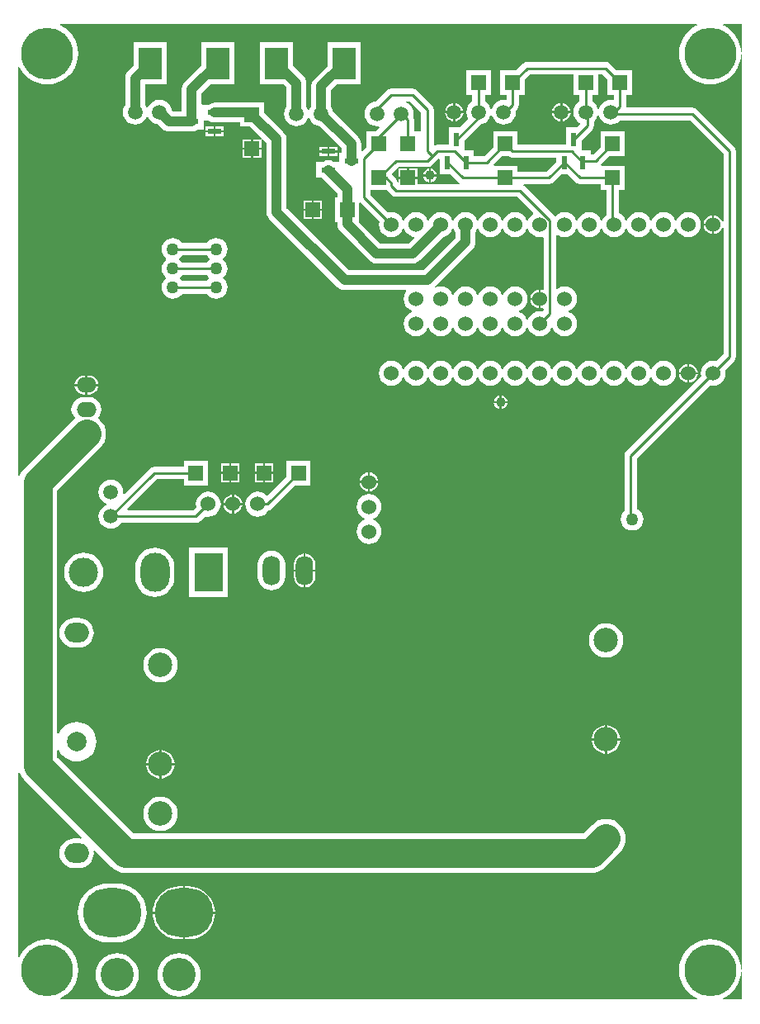
<source format=gbl>
G04 Layer_Physical_Order=2*
G04 Layer_Color=16711680*
%FSLAX25Y25*%
%MOIN*%
G70*
G01*
G75*
%ADD10R,0.05906X0.05906*%
%ADD12R,0.05906X0.05906*%
%ADD14R,0.02362X0.05709*%
%ADD16C,0.00984*%
%ADD20C,0.03937*%
%ADD21C,0.20945*%
%ADD22C,0.06000*%
%ADD23O,0.23622X0.19685*%
%ADD24C,0.13386*%
%ADD25O,0.08000X0.06000*%
%ADD26C,0.05906*%
%ADD27R,0.11811X0.15748*%
%ADD28O,0.11811X0.15748*%
%ADD29C,0.11811*%
%ADD30O,0.09843X0.07874*%
%ADD31C,0.07874*%
%ADD32O,0.07000X0.12000*%
%ADD33C,0.09843*%
%ADD34C,0.05000*%
%ADD35C,0.03937*%
%ADD36R,0.05709X0.02362*%
%ADD37R,0.09449X0.12992*%
%ADD38C,0.11811*%
G36*
X280689Y381890D02*
Y370589D01*
X280189Y370569D01*
X280073Y372036D01*
X279615Y373945D01*
X278864Y375759D01*
X277838Y377432D01*
X276563Y378925D01*
X275070Y380200D01*
X273396Y381226D01*
X272978Y381399D01*
X273076Y381890D01*
X280689D01*
D02*
G37*
G36*
X262357D02*
X262455Y381399D01*
X262037Y381226D01*
X260363Y380200D01*
X258870Y378925D01*
X257595Y377432D01*
X256569Y375759D01*
X255818Y373945D01*
X255360Y372036D01*
X255205Y370079D01*
X255360Y368122D01*
X255818Y366213D01*
X256569Y364399D01*
X257595Y362725D01*
X258870Y361232D01*
X260363Y359957D01*
X262037Y358931D01*
X263850Y358180D01*
X265759Y357722D01*
X267717Y357568D01*
X269674Y357722D01*
X271583Y358180D01*
X273396Y358931D01*
X275070Y359957D01*
X276563Y361232D01*
X277838Y362725D01*
X278864Y364399D01*
X279615Y366213D01*
X280073Y368122D01*
X280189Y369588D01*
X280689Y369569D01*
Y510D01*
X280189Y490D01*
X280073Y1957D01*
X279615Y3866D01*
X278864Y5680D01*
X277838Y7354D01*
X276563Y8847D01*
X275070Y10122D01*
X273396Y11147D01*
X271583Y11899D01*
X269674Y12357D01*
X267717Y12511D01*
X265759Y12357D01*
X263850Y11899D01*
X262037Y11147D01*
X260363Y10122D01*
X258870Y8847D01*
X257595Y7354D01*
X256569Y5680D01*
X255818Y3866D01*
X255360Y1957D01*
X255205Y0D01*
X255360Y-1957D01*
X255818Y-3866D01*
X256569Y-5680D01*
X257595Y-7354D01*
X258870Y-8847D01*
X260363Y-10122D01*
X262037Y-11147D01*
X262455Y-11321D01*
X262357Y-11811D01*
X5359D01*
X5262Y-11321D01*
X5680Y-11147D01*
X7354Y-10122D01*
X8847Y-8847D01*
X10122Y-7354D01*
X11147Y-5680D01*
X11899Y-3866D01*
X12357Y-1957D01*
X12511Y0D01*
X12357Y1957D01*
X11899Y3866D01*
X11147Y5680D01*
X10122Y7354D01*
X8847Y8847D01*
X7354Y10122D01*
X5680Y11147D01*
X3866Y11899D01*
X1957Y12357D01*
X0Y12511D01*
X-1957Y12357D01*
X-3866Y11899D01*
X-5680Y11147D01*
X-7354Y10122D01*
X-8847Y8847D01*
X-10122Y7354D01*
X-11147Y5680D01*
X-11321Y5262D01*
X-11811Y5359D01*
X-11811Y79678D01*
X-11311Y79752D01*
X-11276Y79637D01*
X-10542Y78264D01*
X-9554Y77060D01*
X13903Y53603D01*
X13676Y53123D01*
X12795Y53210D01*
X10827D01*
X9663Y53095D01*
X8544Y52756D01*
X7512Y52204D01*
X6608Y51463D01*
X5866Y50559D01*
X5315Y49527D01*
X4976Y48408D01*
X4861Y47244D01*
X4976Y46080D01*
X5315Y44961D01*
X5866Y43930D01*
X6608Y43026D01*
X7512Y42284D01*
X8544Y41732D01*
X9663Y41393D01*
X10827Y41278D01*
X12795D01*
X13959Y41393D01*
X15078Y41732D01*
X16110Y42284D01*
X17014Y43026D01*
X17756Y43930D01*
X18307Y44961D01*
X18646Y46080D01*
X18761Y47244D01*
X18674Y48125D01*
X19154Y48352D01*
X25879Y41627D01*
X25879Y41627D01*
X27083Y40639D01*
X28456Y39905D01*
X29946Y39453D01*
X31496Y39300D01*
X219744D01*
X221294Y39453D01*
X222784Y39905D01*
X224157Y40639D01*
X225361Y41627D01*
X231306Y47572D01*
X232294Y48776D01*
X233028Y50149D01*
X233480Y51639D01*
X233633Y53189D01*
X233480Y54739D01*
X233028Y56229D01*
X232294Y57602D01*
X231306Y58806D01*
X230102Y59794D01*
X228729Y60528D01*
X227239Y60980D01*
X225689Y61133D01*
X224139Y60980D01*
X222649Y60528D01*
X221276Y59794D01*
X220072Y58806D01*
X216454Y55188D01*
X34786D01*
X4007Y85968D01*
Y88831D01*
X4078Y88880D01*
X4730Y88721D01*
X5206Y87831D01*
X6194Y86627D01*
X7398Y85639D01*
X8771Y84905D01*
X10261Y84453D01*
X11811Y84300D01*
X13361Y84453D01*
X14851Y84905D01*
X16224Y85639D01*
X17428Y86627D01*
X18416Y87831D01*
X19150Y89204D01*
X19602Y90694D01*
X19755Y92244D01*
X19602Y93794D01*
X19150Y95284D01*
X18416Y96657D01*
X17428Y97861D01*
X16224Y98849D01*
X14851Y99583D01*
X13361Y100035D01*
X11811Y100188D01*
X10261Y100035D01*
X8771Y99583D01*
X7398Y98849D01*
X6194Y97861D01*
X5206Y96657D01*
X4730Y95767D01*
X4078Y95608D01*
X4007Y95657D01*
Y193560D01*
X21365Y210918D01*
X22353Y212122D01*
X23087Y213495D01*
X23539Y214986D01*
X23692Y216535D01*
X23539Y218085D01*
X23087Y219575D01*
X22353Y220949D01*
X21365Y222152D01*
X20410Y222937D01*
X21115Y223856D01*
X21619Y225073D01*
X21791Y226378D01*
X21619Y227683D01*
X21115Y228900D01*
X20314Y229944D01*
X19270Y230745D01*
X18053Y231249D01*
X16748Y231421D01*
X14748D01*
X13443Y231249D01*
X12227Y230745D01*
X11182Y229944D01*
X10380Y228900D01*
X9877Y227683D01*
X9705Y226378D01*
X9877Y225073D01*
X10380Y223856D01*
X11086Y222937D01*
X10131Y222152D01*
X-9554Y202467D01*
X-10542Y201264D01*
X-11276Y199890D01*
X-11311Y199775D01*
X-11811Y199849D01*
X-11811Y364720D01*
X-11321Y364817D01*
X-11147Y364399D01*
X-10122Y362725D01*
X-8847Y361232D01*
X-7354Y359957D01*
X-5680Y358931D01*
X-3866Y358180D01*
X-1957Y357722D01*
X0Y357568D01*
X1957Y357722D01*
X3866Y358180D01*
X5680Y358931D01*
X7354Y359957D01*
X8847Y361232D01*
X10122Y362725D01*
X11147Y364399D01*
X11899Y366213D01*
X12357Y368122D01*
X12511Y370079D01*
X12357Y372036D01*
X11899Y373945D01*
X11147Y375759D01*
X10122Y377432D01*
X8847Y378925D01*
X7354Y380200D01*
X5680Y381226D01*
X5262Y381399D01*
X5359Y381890D01*
X262357Y381890D01*
D02*
G37*
G36*
X280689Y-510D02*
Y-11811D01*
X273076D01*
X272978Y-11321D01*
X273396Y-11147D01*
X275070Y-10122D01*
X276563Y-8847D01*
X277838Y-7354D01*
X278864Y-5680D01*
X279615Y-3866D01*
X280073Y-1957D01*
X280189Y-490D01*
X280689Y-510D01*
D02*
G37*
%LPC*%
G36*
X126705Y374638D02*
X113256D01*
Y365078D01*
X107859Y359681D01*
X107222Y358852D01*
X106823Y357886D01*
X106686Y356850D01*
Y348814D01*
X106205Y348187D01*
X105881Y347404D01*
X105340D01*
X105015Y348187D01*
X104692Y348608D01*
Y358071D01*
X104555Y359107D01*
X104321Y359672D01*
X104156Y360072D01*
X103519Y360901D01*
X99343Y365078D01*
Y374638D01*
X85894D01*
Y357646D01*
X95453D01*
X96686Y356413D01*
Y348608D01*
X96363Y348187D01*
X95864Y346982D01*
X95693Y345689D01*
X95864Y344396D01*
X96363Y343191D01*
X97157Y342157D01*
X98191Y341363D01*
X99396Y340864D01*
X100689Y340693D01*
X101982Y340864D01*
X103187Y341363D01*
X104221Y342157D01*
X105015Y343191D01*
X105340Y343974D01*
X105881D01*
X106205Y343191D01*
X106999Y342157D01*
X108034Y341363D01*
X109239Y340864D01*
X109947Y340771D01*
X118734Y331984D01*
Y329953D01*
X117882D01*
Y326213D01*
X115858D01*
X115486Y326498D01*
X114520Y326898D01*
X113484Y327034D01*
X112448Y326898D01*
X111483Y326498D01*
X111111Y326213D01*
X108630D01*
Y319850D01*
X111005D01*
X117060Y313795D01*
Y312039D01*
X116110D01*
Y302134D01*
X117060D01*
Y301181D01*
X117197Y300145D01*
X117596Y299180D01*
X118233Y298351D01*
X130044Y286540D01*
X130873Y285904D01*
X131838Y285504D01*
X132874Y285367D01*
X147638D01*
X148674Y285504D01*
X149639Y285904D01*
X150468Y286540D01*
X160050Y296122D01*
X160282Y296152D01*
X161498Y296656D01*
X162542Y297458D01*
X163344Y298502D01*
X163706Y299376D01*
X164247D01*
X164609Y298502D01*
X164974Y298027D01*
Y295634D01*
X151885Y282546D01*
X121737D01*
X96522Y307760D01*
Y335630D01*
X96386Y336666D01*
X95986Y337631D01*
X95350Y338460D01*
X87630Y346180D01*
Y350425D01*
X77724D01*
Y350263D01*
X67618D01*
X66582Y350126D01*
X65617Y349726D01*
X65245Y349441D01*
X62764D01*
X62369Y349695D01*
Y354051D01*
X65964Y357646D01*
X75524D01*
Y374638D01*
X62075D01*
Y365078D01*
X55536Y358539D01*
X54900Y357710D01*
X54500Y356745D01*
X54363Y355709D01*
Y346522D01*
X51028D01*
X50146Y347404D01*
X50101Y347750D01*
X49602Y348954D01*
X48808Y349989D01*
X47773Y350783D01*
X46569Y351282D01*
X45276Y351452D01*
X43983Y351282D01*
X42778Y350783D01*
X41743Y349989D01*
X40949Y348954D01*
X40625Y348171D01*
X40084D01*
X39759Y348954D01*
X39436Y349376D01*
Y357646D01*
X48161D01*
Y374638D01*
X34713D01*
Y365078D01*
X32603Y362968D01*
X31967Y362139D01*
X31567Y361174D01*
X31430Y360138D01*
Y349376D01*
X31107Y348954D01*
X30608Y347750D01*
X30438Y346457D01*
X30608Y345164D01*
X31107Y343959D01*
X31901Y342924D01*
X32935Y342130D01*
X34140Y341631D01*
X35433Y341461D01*
X36726Y341631D01*
X37931Y342130D01*
X38965Y342924D01*
X39759Y343959D01*
X40084Y344742D01*
X40625D01*
X40949Y343959D01*
X41743Y342924D01*
X42778Y342130D01*
X43983Y341631D01*
X44691Y341538D01*
X46540Y339689D01*
X47369Y339053D01*
X47769Y338888D01*
X48334Y338653D01*
X49370Y338517D01*
X58366D01*
X59402Y338653D01*
X60368Y339053D01*
X60739Y339339D01*
X63221D01*
Y343079D01*
X65245D01*
X65617Y342793D01*
X66582Y342393D01*
X67618Y342257D01*
X77724D01*
Y340520D01*
X81969D01*
X86654Y335835D01*
X86349Y335433D01*
X85946Y335433D01*
X83071D01*
Y332087D01*
X86417D01*
Y334938D01*
X86417Y335364D01*
X86819Y335669D01*
X88517Y333972D01*
Y306102D01*
X88653Y305066D01*
X89053Y304101D01*
X89689Y303272D01*
X117248Y275713D01*
X118077Y275077D01*
X119043Y274677D01*
X120079Y274541D01*
X144807D01*
X145029Y274092D01*
X144609Y273545D01*
X144105Y272329D01*
X143933Y271024D01*
X144105Y269718D01*
X144609Y268502D01*
X145410Y267458D01*
X146455Y266656D01*
X147328Y266294D01*
Y265753D01*
X146455Y265391D01*
X145410Y264590D01*
X144609Y263545D01*
X144105Y262329D01*
X143933Y261024D01*
X144105Y259718D01*
X144609Y258502D01*
X145410Y257458D01*
X146455Y256656D01*
X147671Y256152D01*
X148976Y255980D01*
X150282Y256152D01*
X151498Y256656D01*
X152542Y257458D01*
X153344Y258502D01*
X153706Y259376D01*
X154247D01*
X154609Y258502D01*
X155410Y257458D01*
X156455Y256656D01*
X157671Y256152D01*
X158976Y255980D01*
X160282Y256152D01*
X161498Y256656D01*
X162542Y257458D01*
X163344Y258502D01*
X163706Y259376D01*
X164247D01*
X164609Y258502D01*
X165410Y257458D01*
X166455Y256656D01*
X167671Y256152D01*
X168976Y255980D01*
X170282Y256152D01*
X171498Y256656D01*
X172542Y257458D01*
X173344Y258502D01*
X173706Y259376D01*
X174247D01*
X174609Y258502D01*
X175410Y257458D01*
X176455Y256656D01*
X177671Y256152D01*
X178976Y255980D01*
X180282Y256152D01*
X181498Y256656D01*
X182542Y257458D01*
X183344Y258502D01*
X183706Y259376D01*
X184247D01*
X184609Y258502D01*
X185410Y257458D01*
X186455Y256656D01*
X187671Y256152D01*
X188976Y255980D01*
X190282Y256152D01*
X191498Y256656D01*
X192542Y257458D01*
X193344Y258502D01*
X193706Y259376D01*
X194247D01*
X194609Y258502D01*
X195410Y257458D01*
X196455Y256656D01*
X197671Y256152D01*
X198976Y255980D01*
X200282Y256152D01*
X201498Y256656D01*
X202542Y257458D01*
X203344Y258502D01*
X203706Y259376D01*
X204247D01*
X204609Y258502D01*
X205410Y257458D01*
X206455Y256656D01*
X207671Y256152D01*
X208976Y255980D01*
X210282Y256152D01*
X211498Y256656D01*
X212542Y257458D01*
X213344Y258502D01*
X213848Y259718D01*
X214019Y261024D01*
X213848Y262329D01*
X213344Y263545D01*
X212542Y264590D01*
X211498Y265391D01*
X210624Y265753D01*
Y266294D01*
X211498Y266656D01*
X212542Y267458D01*
X213344Y268502D01*
X213848Y269718D01*
X214019Y271024D01*
X213848Y272329D01*
X213344Y273545D01*
X212542Y274590D01*
X211498Y275391D01*
X210282Y275895D01*
X208976Y276067D01*
X207671Y275895D01*
X206455Y275391D01*
X205958Y275010D01*
X205509Y275231D01*
Y296816D01*
X205958Y297037D01*
X206455Y296656D01*
X207671Y296152D01*
X208976Y295981D01*
X210282Y296152D01*
X211498Y296656D01*
X212542Y297458D01*
X213344Y298502D01*
X213706Y299376D01*
X214247D01*
X214609Y298502D01*
X215410Y297458D01*
X216455Y296656D01*
X217671Y296152D01*
X218976Y295981D01*
X220282Y296152D01*
X221498Y296656D01*
X222542Y297458D01*
X223344Y298502D01*
X223706Y299376D01*
X224247D01*
X224609Y298502D01*
X225410Y297458D01*
X226455Y296656D01*
X227671Y296152D01*
X228976Y295981D01*
X230282Y296152D01*
X231498Y296656D01*
X232542Y297458D01*
X233344Y298502D01*
X233706Y299376D01*
X234247D01*
X234609Y298502D01*
X235410Y297458D01*
X236455Y296656D01*
X237671Y296152D01*
X238976Y295981D01*
X240282Y296152D01*
X241498Y296656D01*
X242542Y297458D01*
X243344Y298502D01*
X243706Y299376D01*
X244247D01*
X244609Y298502D01*
X245410Y297458D01*
X246455Y296656D01*
X247671Y296152D01*
X248976Y295981D01*
X250282Y296152D01*
X251498Y296656D01*
X252542Y297458D01*
X253344Y298502D01*
X253706Y299376D01*
X254247D01*
X254609Y298502D01*
X255410Y297458D01*
X256455Y296656D01*
X257671Y296152D01*
X258976Y295981D01*
X260282Y296152D01*
X261498Y296656D01*
X262542Y297458D01*
X263344Y298502D01*
X263848Y299718D01*
X264019Y301024D01*
X263848Y302329D01*
X263344Y303545D01*
X262542Y304590D01*
X261498Y305391D01*
X260282Y305895D01*
X258976Y306067D01*
X257671Y305895D01*
X256455Y305391D01*
X255410Y304590D01*
X254609Y303545D01*
X254247Y302672D01*
X253706D01*
X253344Y303545D01*
X252542Y304590D01*
X251498Y305391D01*
X250282Y305895D01*
X248976Y306067D01*
X247671Y305895D01*
X246455Y305391D01*
X245410Y304590D01*
X244609Y303545D01*
X244247Y302672D01*
X243706D01*
X243344Y303545D01*
X242542Y304590D01*
X241498Y305391D01*
X240282Y305895D01*
X238976Y306067D01*
X237671Y305895D01*
X236455Y305391D01*
X235410Y304590D01*
X234609Y303545D01*
X234247Y302672D01*
X233706D01*
X233344Y303545D01*
X232542Y304590D01*
X231498Y305391D01*
X230887Y305644D01*
Y314929D01*
X233299D01*
Y324835D01*
X223820D01*
X223613Y325335D01*
X226987Y328709D01*
X233299D01*
Y338614D01*
X223394D01*
Y332302D01*
X220404Y329313D01*
X219520D01*
Y330937D01*
X215779D01*
Y334922D01*
X220143Y339286D01*
X220143Y339286D01*
X220694Y340110D01*
X220887Y341083D01*
Y342798D01*
X221052Y342924D01*
X221846Y343959D01*
X222345Y345164D01*
X222346Y345174D01*
X222851D01*
X222852Y345164D01*
X223351Y343959D01*
X224145Y342924D01*
X225179Y342130D01*
X226384Y341631D01*
X227677Y341461D01*
X228970Y341631D01*
X230175Y342130D01*
X231209Y342924D01*
X231381Y343148D01*
X259558D01*
X273050Y329656D01*
Y302394D01*
X272550Y302294D01*
X272285Y302934D01*
X271678Y303725D01*
X270886Y304332D01*
X269965Y304714D01*
X269370Y304792D01*
Y301024D01*
Y297255D01*
X269965Y297334D01*
X270886Y297715D01*
X271678Y298322D01*
X272285Y299114D01*
X272550Y299753D01*
X273050Y299654D01*
Y248690D01*
X270257Y245898D01*
X268976Y246067D01*
X267671Y245895D01*
X266455Y245391D01*
X265410Y244590D01*
X264609Y243545D01*
X264105Y242329D01*
X263933Y241024D01*
X264102Y239743D01*
X233892Y209533D01*
X233342Y208709D01*
X233148Y207736D01*
X233148Y207736D01*
Y185401D01*
X233011Y185296D01*
X232290Y184356D01*
X231836Y183261D01*
X231682Y182087D01*
X231836Y180912D01*
X232290Y179817D01*
X233011Y178877D01*
X233951Y178156D01*
X235046Y177702D01*
X236221Y177548D01*
X237395Y177702D01*
X238490Y178156D01*
X239430Y178877D01*
X240151Y179817D01*
X240605Y180912D01*
X240759Y182087D01*
X240605Y183261D01*
X240151Y184356D01*
X239430Y185296D01*
X238490Y186017D01*
X238230Y186125D01*
Y206684D01*
X267695Y236149D01*
X268976Y235981D01*
X270282Y236152D01*
X271498Y236656D01*
X272542Y237458D01*
X273344Y238502D01*
X273848Y239718D01*
X274020Y241024D01*
X273851Y242305D01*
X277387Y245841D01*
X277938Y246665D01*
X278132Y247638D01*
X278132Y247638D01*
Y330709D01*
X277938Y331681D01*
X277387Y332505D01*
X277387Y332505D01*
X262407Y347486D01*
X261583Y348037D01*
X260610Y348230D01*
X260610Y348230D01*
X234121D01*
X233804Y348616D01*
X233840Y348799D01*
X233840Y348799D01*
Y353315D01*
X236252D01*
Y363221D01*
X229940D01*
X227190Y365970D01*
X226366Y366521D01*
X225394Y366714D01*
X225394Y366714D01*
X193898D01*
X192925Y366521D01*
X192101Y365970D01*
X192101Y365970D01*
X189351Y363221D01*
X183039D01*
Y353315D01*
X185451D01*
Y351689D01*
X185075Y351359D01*
X184370Y351452D01*
X183077Y351282D01*
X181872Y350783D01*
X180838Y349989D01*
X180044Y348954D01*
X179545Y347750D01*
X179543Y347740D01*
X179039D01*
X179038Y347750D01*
X178539Y348954D01*
X177745Y349989D01*
X176754Y350750D01*
Y353315D01*
X179165D01*
Y363221D01*
X169260D01*
Y353315D01*
X171672D01*
Y350750D01*
X170680Y349989D01*
X169886Y348954D01*
X169387Y347750D01*
X169217Y346457D01*
X169387Y345164D01*
X169886Y343959D01*
X170103Y343677D01*
X166615Y340189D01*
X162173D01*
Y333250D01*
X157480D01*
X157480Y333250D01*
X156584Y333071D01*
X156084Y333294D01*
Y347441D01*
X156084Y347441D01*
X155891Y348413D01*
X155340Y349238D01*
X155340Y349238D01*
X149434Y355143D01*
X148610Y355694D01*
X147638Y355887D01*
X147638Y355887D01*
X138779D01*
X137807Y355694D01*
X136983Y355143D01*
X136983Y355143D01*
X132423Y350584D01*
X131896Y350514D01*
X130691Y350015D01*
X129657Y349221D01*
X128863Y348187D01*
X128364Y346982D01*
X128193Y345689D01*
X128364Y344396D01*
X128863Y343191D01*
X129657Y342157D01*
X130691Y341363D01*
X131896Y340864D01*
X133189Y340693D01*
X134000Y340800D01*
X134233Y340327D01*
X132521Y338614D01*
X128905D01*
Y332302D01*
X127201Y330597D01*
X126739Y330789D01*
Y333642D01*
X126603Y334678D01*
X126203Y335643D01*
X125567Y336472D01*
X115402Y346636D01*
X115357Y346982D01*
X114858Y348187D01*
X114692Y348403D01*
Y355192D01*
X117145Y357646D01*
X126705D01*
Y374638D01*
D02*
G37*
G36*
X164764Y350177D02*
Y346850D01*
X168091D01*
X168014Y347433D01*
X167637Y348343D01*
X167038Y349124D01*
X166256Y349724D01*
X165347Y350101D01*
X164764Y350177D01*
D02*
G37*
G36*
X163976D02*
X163394Y350101D01*
X162484Y349724D01*
X161703Y349124D01*
X161103Y348343D01*
X160726Y347433D01*
X160650Y346850D01*
X163976D01*
Y350177D01*
D02*
G37*
G36*
X168091Y346063D02*
X164764D01*
Y342736D01*
X165347Y342813D01*
X166256Y343190D01*
X167038Y343789D01*
X167637Y344570D01*
X168014Y345480D01*
X168091Y346063D01*
D02*
G37*
G36*
X163976D02*
X160650D01*
X160726Y345480D01*
X161103Y344570D01*
X161703Y343789D01*
X162484Y343190D01*
X163394Y342813D01*
X163976Y342736D01*
Y346063D01*
D02*
G37*
G36*
X71260Y340748D02*
X68012D01*
Y339173D01*
X71260D01*
Y340748D01*
D02*
G37*
G36*
X67224D02*
X63976D01*
Y339173D01*
X67224D01*
Y340748D01*
D02*
G37*
G36*
X71260Y338386D02*
X68012D01*
Y336811D01*
X71260D01*
Y338386D01*
D02*
G37*
G36*
X67224D02*
X63976D01*
Y336811D01*
X67224D01*
Y338386D01*
D02*
G37*
G36*
X82284Y335433D02*
X78937D01*
Y332087D01*
X82284D01*
Y335433D01*
D02*
G37*
G36*
X117126Y332480D02*
X113878D01*
Y330906D01*
X117126D01*
Y332480D01*
D02*
G37*
G36*
X113091D02*
X109843D01*
Y330906D01*
X113091D01*
Y332480D01*
D02*
G37*
G36*
X117126Y330118D02*
X113878D01*
Y328543D01*
X117126D01*
Y330118D01*
D02*
G37*
G36*
X113091D02*
X109843D01*
Y328543D01*
X113091D01*
Y330118D01*
D02*
G37*
G36*
X86417Y331299D02*
X83071D01*
Y327953D01*
X86417D01*
Y331299D01*
D02*
G37*
G36*
X82284D02*
X78937D01*
Y327953D01*
X82284D01*
Y331299D01*
D02*
G37*
G36*
X111024Y310827D02*
X107677D01*
Y307480D01*
X111024D01*
Y310827D01*
D02*
G37*
G36*
X106890D02*
X103543D01*
Y307480D01*
X106890D01*
Y310827D01*
D02*
G37*
G36*
X111024Y306693D02*
X107677D01*
Y303346D01*
X111024D01*
Y306693D01*
D02*
G37*
G36*
X106890D02*
X103543D01*
Y303346D01*
X106890D01*
Y306693D01*
D02*
G37*
G36*
X268583Y304792D02*
X267988Y304714D01*
X267066Y304332D01*
X266275Y303725D01*
X265668Y302934D01*
X265286Y302012D01*
X265208Y301417D01*
X268583D01*
Y304792D01*
D02*
G37*
G36*
Y300630D02*
X265208D01*
X265286Y300035D01*
X265668Y299114D01*
X266275Y298322D01*
X267066Y297715D01*
X267988Y297334D01*
X268583Y297255D01*
Y300630D01*
D02*
G37*
G36*
X68189Y295602D02*
X67014Y295447D01*
X65920Y294994D01*
X64979Y294272D01*
X64467Y293604D01*
X54411D01*
X53898Y294272D01*
X52958Y294994D01*
X51864Y295447D01*
X50689Y295602D01*
X49514Y295447D01*
X48420Y294994D01*
X47480Y294272D01*
X46758Y293332D01*
X46305Y292238D01*
X46150Y291063D01*
X46305Y289888D01*
X46758Y288794D01*
X47480Y287854D01*
X48017Y287441D01*
Y286811D01*
X47480Y286398D01*
X46758Y285458D01*
X46305Y284364D01*
X46150Y283189D01*
X46305Y282014D01*
X46758Y280920D01*
X47480Y279979D01*
X47858Y279689D01*
Y279189D01*
X47480Y278898D01*
X46758Y277958D01*
X46305Y276864D01*
X46150Y275689D01*
X46305Y274514D01*
X46758Y273420D01*
X47480Y272480D01*
X48420Y271758D01*
X49514Y271305D01*
X50689Y271150D01*
X51864Y271305D01*
X52958Y271758D01*
X53898Y272480D01*
X54411Y273148D01*
X64467D01*
X64979Y272480D01*
X65920Y271758D01*
X67014Y271305D01*
X68189Y271150D01*
X69364Y271305D01*
X70458Y271758D01*
X71398Y272480D01*
X72120Y273420D01*
X72573Y274514D01*
X72728Y275689D01*
X72573Y276864D01*
X72120Y277958D01*
X71398Y278898D01*
X71020Y279189D01*
Y279689D01*
X71398Y279979D01*
X72120Y280920D01*
X72573Y282014D01*
X72728Y283189D01*
X72573Y284364D01*
X72120Y285458D01*
X71398Y286398D01*
X70861Y286811D01*
Y287441D01*
X71398Y287854D01*
X72120Y288794D01*
X72573Y289888D01*
X72728Y291063D01*
X72573Y292238D01*
X72120Y293332D01*
X71398Y294272D01*
X70458Y294994D01*
X69364Y295447D01*
X68189Y295602D01*
D02*
G37*
G36*
X248976Y246067D02*
X247671Y245895D01*
X246455Y245391D01*
X245410Y244590D01*
X244609Y243545D01*
X244247Y242671D01*
X243706D01*
X243344Y243545D01*
X242542Y244590D01*
X241498Y245391D01*
X240282Y245895D01*
X238976Y246067D01*
X237671Y245895D01*
X236455Y245391D01*
X235410Y244590D01*
X234609Y243545D01*
X234247Y242671D01*
X233706D01*
X233344Y243545D01*
X232542Y244590D01*
X231498Y245391D01*
X230282Y245895D01*
X228976Y246067D01*
X227671Y245895D01*
X226455Y245391D01*
X225410Y244590D01*
X224609Y243545D01*
X224247Y242671D01*
X223706D01*
X223344Y243545D01*
X222542Y244590D01*
X221498Y245391D01*
X220282Y245895D01*
X218976Y246067D01*
X217671Y245895D01*
X216455Y245391D01*
X215410Y244590D01*
X214609Y243545D01*
X214247Y242671D01*
X213706D01*
X213344Y243545D01*
X212542Y244590D01*
X211498Y245391D01*
X210282Y245895D01*
X208976Y246067D01*
X207671Y245895D01*
X206455Y245391D01*
X205410Y244590D01*
X204609Y243545D01*
X204247Y242671D01*
X203706D01*
X203344Y243545D01*
X202542Y244590D01*
X201498Y245391D01*
X200282Y245895D01*
X198976Y246067D01*
X197671Y245895D01*
X196455Y245391D01*
X195410Y244590D01*
X194609Y243545D01*
X194247Y242671D01*
X193706D01*
X193344Y243545D01*
X192542Y244590D01*
X191498Y245391D01*
X190282Y245895D01*
X188976Y246067D01*
X187671Y245895D01*
X186455Y245391D01*
X185410Y244590D01*
X184609Y243545D01*
X184247Y242671D01*
X183706D01*
X183344Y243545D01*
X182542Y244590D01*
X181498Y245391D01*
X180282Y245895D01*
X178976Y246067D01*
X177671Y245895D01*
X176455Y245391D01*
X175410Y244590D01*
X174609Y243545D01*
X174247Y242671D01*
X173706D01*
X173344Y243545D01*
X172542Y244590D01*
X171498Y245391D01*
X170282Y245895D01*
X168976Y246067D01*
X167671Y245895D01*
X166455Y245391D01*
X165410Y244590D01*
X164609Y243545D01*
X164247Y242671D01*
X163706D01*
X163344Y243545D01*
X162542Y244590D01*
X161498Y245391D01*
X160282Y245895D01*
X158976Y246067D01*
X157671Y245895D01*
X156455Y245391D01*
X155410Y244590D01*
X154609Y243545D01*
X154247Y242671D01*
X153706D01*
X153344Y243545D01*
X152542Y244590D01*
X151498Y245391D01*
X150282Y245895D01*
X148976Y246067D01*
X147671Y245895D01*
X146455Y245391D01*
X145410Y244590D01*
X144609Y243545D01*
X144247Y242671D01*
X143706D01*
X143344Y243545D01*
X142542Y244590D01*
X141498Y245391D01*
X140282Y245895D01*
X138976Y246067D01*
X137671Y245895D01*
X136455Y245391D01*
X135410Y244590D01*
X134609Y243545D01*
X134105Y242329D01*
X133933Y241024D01*
X134105Y239718D01*
X134609Y238502D01*
X135410Y237458D01*
X136455Y236656D01*
X137671Y236152D01*
X138976Y235981D01*
X140282Y236152D01*
X141498Y236656D01*
X142542Y237458D01*
X143344Y238502D01*
X143706Y239376D01*
X144247D01*
X144609Y238502D01*
X145410Y237458D01*
X146455Y236656D01*
X147671Y236152D01*
X148976Y235981D01*
X150282Y236152D01*
X151498Y236656D01*
X152542Y237458D01*
X153344Y238502D01*
X153706Y239376D01*
X154247D01*
X154609Y238502D01*
X155410Y237458D01*
X156455Y236656D01*
X157671Y236152D01*
X158976Y235981D01*
X160282Y236152D01*
X161498Y236656D01*
X162542Y237458D01*
X163344Y238502D01*
X163706Y239376D01*
X164247D01*
X164609Y238502D01*
X165410Y237458D01*
X166455Y236656D01*
X167671Y236152D01*
X168976Y235981D01*
X170282Y236152D01*
X171498Y236656D01*
X172542Y237458D01*
X173344Y238502D01*
X173706Y239376D01*
X174247D01*
X174609Y238502D01*
X175410Y237458D01*
X176455Y236656D01*
X177671Y236152D01*
X178976Y235981D01*
X180282Y236152D01*
X181498Y236656D01*
X182542Y237458D01*
X183344Y238502D01*
X183706Y239376D01*
X184247D01*
X184609Y238502D01*
X185410Y237458D01*
X186455Y236656D01*
X187671Y236152D01*
X188976Y235981D01*
X190282Y236152D01*
X191498Y236656D01*
X192542Y237458D01*
X193344Y238502D01*
X193706Y239376D01*
X194247D01*
X194609Y238502D01*
X195410Y237458D01*
X196455Y236656D01*
X197671Y236152D01*
X198976Y235981D01*
X200282Y236152D01*
X201498Y236656D01*
X202542Y237458D01*
X203344Y238502D01*
X203706Y239376D01*
X204247D01*
X204609Y238502D01*
X205410Y237458D01*
X206455Y236656D01*
X207671Y236152D01*
X208976Y235981D01*
X210282Y236152D01*
X211498Y236656D01*
X212542Y237458D01*
X213344Y238502D01*
X213706Y239376D01*
X214247D01*
X214609Y238502D01*
X215410Y237458D01*
X216455Y236656D01*
X217671Y236152D01*
X218976Y235981D01*
X220282Y236152D01*
X221498Y236656D01*
X222542Y237458D01*
X223344Y238502D01*
X223706Y239376D01*
X224247D01*
X224609Y238502D01*
X225410Y237458D01*
X226455Y236656D01*
X227671Y236152D01*
X228976Y235981D01*
X230282Y236152D01*
X231498Y236656D01*
X232542Y237458D01*
X233344Y238502D01*
X233706Y239376D01*
X234247D01*
X234609Y238502D01*
X235410Y237458D01*
X236455Y236656D01*
X237671Y236152D01*
X238976Y235981D01*
X240282Y236152D01*
X241498Y236656D01*
X242542Y237458D01*
X243344Y238502D01*
X243706Y239376D01*
X244247D01*
X244609Y238502D01*
X245410Y237458D01*
X246455Y236656D01*
X247671Y236152D01*
X248976Y235981D01*
X250282Y236152D01*
X251498Y236656D01*
X252542Y237458D01*
X253344Y238502D01*
X253848Y239718D01*
X254019Y241024D01*
X253848Y242329D01*
X253344Y243545D01*
X252542Y244590D01*
X251498Y245391D01*
X250282Y245895D01*
X248976Y246067D01*
D02*
G37*
G36*
X259370Y244792D02*
Y241417D01*
X262745D01*
X262666Y242012D01*
X262285Y242934D01*
X261678Y243725D01*
X260886Y244332D01*
X259965Y244713D01*
X259370Y244792D01*
D02*
G37*
G36*
X258583Y244792D02*
X257988Y244713D01*
X257066Y244332D01*
X256275Y243725D01*
X255668Y242934D01*
X255287Y242012D01*
X255208Y241417D01*
X258583D01*
Y244792D01*
D02*
G37*
G36*
Y240630D02*
X255208D01*
X255287Y240035D01*
X255668Y239114D01*
X256275Y238322D01*
X257066Y237715D01*
X257988Y237334D01*
X258583Y237255D01*
Y240630D01*
D02*
G37*
G36*
X262745D02*
X259370D01*
Y237255D01*
X259965Y237334D01*
X260886Y237715D01*
X261678Y238322D01*
X262285Y239114D01*
X262666Y240035D01*
X262745Y240630D01*
D02*
G37*
G36*
X16748Y240041D02*
X16142D01*
Y236614D01*
X20516D01*
X20438Y237209D01*
X20056Y238130D01*
X19449Y238922D01*
X18658Y239529D01*
X17737Y239910D01*
X16748Y240041D01*
D02*
G37*
G36*
X15354D02*
X14748D01*
X13759Y239910D01*
X12838Y239529D01*
X12047Y238922D01*
X11440Y238130D01*
X11058Y237209D01*
X10980Y236614D01*
X15354D01*
Y240041D01*
D02*
G37*
G36*
X20516Y235827D02*
X16142D01*
Y232400D01*
X16748D01*
X17737Y232531D01*
X18658Y232912D01*
X19449Y233519D01*
X20056Y234310D01*
X20438Y235232D01*
X20516Y235827D01*
D02*
G37*
G36*
X15354D02*
X10980D01*
X11058Y235232D01*
X11440Y234310D01*
X12047Y233519D01*
X12838Y232912D01*
X13759Y232531D01*
X14748Y232400D01*
X15354D01*
Y235827D01*
D02*
G37*
G36*
X183465Y232059D02*
Y229724D01*
X185799D01*
X185756Y230050D01*
X185478Y230721D01*
X185036Y231296D01*
X184461Y231738D01*
X183790Y232016D01*
X183465Y232059D01*
D02*
G37*
G36*
X182677D02*
X182351Y232016D01*
X181681Y231738D01*
X181105Y231296D01*
X180664Y230721D01*
X180386Y230050D01*
X180343Y229724D01*
X182677D01*
Y232059D01*
D02*
G37*
G36*
X185799Y228937D02*
X183465D01*
Y226603D01*
X183790Y226646D01*
X184461Y226923D01*
X185036Y227365D01*
X185478Y227941D01*
X185756Y228611D01*
X185799Y228937D01*
D02*
G37*
G36*
X182677D02*
X180343D01*
X180386Y228611D01*
X180664Y227941D01*
X181105Y227365D01*
X181681Y226923D01*
X182351Y226646D01*
X182677Y226603D01*
Y228937D01*
D02*
G37*
G36*
X64992Y205740D02*
X55087D01*
Y203328D01*
X43288D01*
X43287Y203328D01*
X42315Y203135D01*
X41491Y202584D01*
X41491Y202584D01*
X31075Y192169D01*
X30602Y192402D01*
X30685Y193032D01*
X30514Y194324D01*
X30015Y195529D01*
X29221Y196564D01*
X28187Y197358D01*
X26982Y197857D01*
X25689Y198027D01*
X24396Y197857D01*
X23191Y197358D01*
X22157Y196564D01*
X21363Y195529D01*
X20864Y194324D01*
X20694Y193032D01*
X20864Y191739D01*
X21363Y190534D01*
X22157Y189499D01*
X23191Y188705D01*
X23975Y188381D01*
Y187840D01*
X23191Y187515D01*
X22157Y186721D01*
X21363Y185687D01*
X20864Y184482D01*
X20694Y183189D01*
X20864Y181896D01*
X21363Y180691D01*
X22157Y179657D01*
X23191Y178863D01*
X24396Y178364D01*
X25689Y178193D01*
X26982Y178364D01*
X28187Y178863D01*
X29221Y179657D01*
X29982Y180648D01*
X60000D01*
X60000Y180648D01*
X60972Y180842D01*
X61797Y181392D01*
X63719Y183315D01*
X65000Y183146D01*
X66305Y183318D01*
X67522Y183821D01*
X68566Y184623D01*
X69367Y185667D01*
X69871Y186884D01*
X70043Y188189D01*
X69871Y189494D01*
X69367Y190710D01*
X68566Y191755D01*
X67522Y192557D01*
X66305Y193060D01*
X65000Y193232D01*
X63695Y193060D01*
X62478Y192557D01*
X61434Y191755D01*
X60632Y190710D01*
X60129Y189494D01*
X59957Y188189D01*
X60125Y186908D01*
X58947Y185730D01*
X32477D01*
X32285Y186192D01*
X44340Y198247D01*
X55087D01*
Y195835D01*
X64992D01*
Y205740D01*
D02*
G37*
G36*
X91339Y204528D02*
X87992D01*
Y201181D01*
X91339D01*
Y204528D01*
D02*
G37*
G36*
X77559D02*
X74213D01*
Y201181D01*
X77559D01*
Y204528D01*
D02*
G37*
G36*
X73425D02*
X70079D01*
Y201181D01*
X73425D01*
Y204528D01*
D02*
G37*
G36*
X87205D02*
X83858D01*
Y201181D01*
X87205D01*
Y204528D01*
D02*
G37*
G36*
X130315Y200934D02*
Y197559D01*
X133689D01*
X133611Y198154D01*
X133229Y199075D01*
X132623Y199867D01*
X131831Y200474D01*
X130910Y200855D01*
X130315Y200934D01*
D02*
G37*
G36*
X129528D02*
X128932Y200855D01*
X128011Y200474D01*
X127220Y199867D01*
X126613Y199075D01*
X126231Y198154D01*
X126153Y197559D01*
X129528D01*
Y200934D01*
D02*
G37*
G36*
X91339Y200394D02*
X87992D01*
Y197047D01*
X91339D01*
Y200394D01*
D02*
G37*
G36*
X87205D02*
X83858D01*
Y197047D01*
X87205D01*
Y200394D01*
D02*
G37*
G36*
X77559D02*
X74213D01*
Y197047D01*
X77559D01*
Y200394D01*
D02*
G37*
G36*
X73425D02*
X70079D01*
Y197047D01*
X73425D01*
Y200394D01*
D02*
G37*
G36*
X133689Y196772D02*
X130315D01*
Y193397D01*
X130910Y193475D01*
X131831Y193857D01*
X132623Y194464D01*
X133229Y195255D01*
X133611Y196177D01*
X133689Y196772D01*
D02*
G37*
G36*
X129528D02*
X126153D01*
X126231Y196177D01*
X126613Y195255D01*
X127220Y194464D01*
X128011Y193857D01*
X128932Y193475D01*
X129528Y193397D01*
Y196772D01*
D02*
G37*
G36*
X106331Y205740D02*
X96425D01*
Y199428D01*
X88741Y191744D01*
X88566Y191755D01*
X87522Y192557D01*
X86305Y193060D01*
X85000Y193232D01*
X83695Y193060D01*
X82478Y192557D01*
X81434Y191755D01*
X80633Y190710D01*
X80129Y189494D01*
X79957Y188189D01*
X80129Y186884D01*
X80633Y185667D01*
X81434Y184623D01*
X82478Y183821D01*
X83695Y183318D01*
X85000Y183146D01*
X86305Y183318D01*
X87522Y183821D01*
X88566Y184623D01*
X89368Y185667D01*
X89411Y185774D01*
X89752Y185842D01*
X90576Y186392D01*
X100019Y195835D01*
X106331D01*
Y205740D01*
D02*
G37*
G36*
X75394Y191957D02*
Y188583D01*
X78768D01*
X78690Y189178D01*
X78308Y190099D01*
X77701Y190890D01*
X76910Y191497D01*
X75989Y191879D01*
X75394Y191957D01*
D02*
G37*
G36*
X74606Y191957D02*
X74011Y191879D01*
X73090Y191497D01*
X72299Y190890D01*
X71692Y190099D01*
X71310Y189178D01*
X71232Y188583D01*
X74606D01*
Y191957D01*
D02*
G37*
G36*
X78768Y187795D02*
X75394D01*
Y184421D01*
X75989Y184499D01*
X76910Y184881D01*
X77701Y185488D01*
X78308Y186279D01*
X78690Y187200D01*
X78768Y187795D01*
D02*
G37*
G36*
X74606D02*
X71232D01*
X71310Y187200D01*
X71692Y186279D01*
X72299Y185488D01*
X73090Y184881D01*
X74011Y184499D01*
X74606Y184421D01*
Y187795D01*
D02*
G37*
G36*
X129921Y192209D02*
X128616Y192037D01*
X127400Y191533D01*
X126355Y190731D01*
X125554Y189687D01*
X125050Y188471D01*
X124878Y187165D01*
X125050Y185860D01*
X125554Y184644D01*
X126355Y183599D01*
X127400Y182798D01*
X128273Y182436D01*
Y181895D01*
X127400Y181533D01*
X126355Y180731D01*
X125554Y179687D01*
X125050Y178471D01*
X124878Y177165D01*
X125050Y175860D01*
X125554Y174644D01*
X126355Y173599D01*
X127400Y172798D01*
X128616Y172294D01*
X129921Y172122D01*
X131227Y172294D01*
X132443Y172798D01*
X133487Y173599D01*
X134289Y174644D01*
X134793Y175860D01*
X134964Y177165D01*
X134793Y178471D01*
X134289Y179687D01*
X133487Y180731D01*
X132443Y181533D01*
X131569Y181895D01*
Y182436D01*
X132443Y182798D01*
X133487Y183599D01*
X134289Y184644D01*
X134793Y185860D01*
X134964Y187165D01*
X134793Y188471D01*
X134289Y189687D01*
X133487Y190731D01*
X132443Y191533D01*
X131227Y192037D01*
X129921Y192209D01*
D02*
G37*
G36*
X104331Y168190D02*
Y161811D01*
X108261D01*
Y163917D01*
X108114Y165037D01*
X107682Y166079D01*
X106995Y166975D01*
X106099Y167662D01*
X105056Y168094D01*
X104331Y168190D01*
D02*
G37*
G36*
X103543D02*
X102818Y168094D01*
X101775Y167662D01*
X100879Y166975D01*
X100192Y166079D01*
X99760Y165037D01*
X99613Y163917D01*
Y161811D01*
X103543D01*
Y168190D01*
D02*
G37*
G36*
X108261Y161024D02*
X104331D01*
Y154645D01*
X105056Y154740D01*
X106099Y155172D01*
X106995Y155859D01*
X107682Y156755D01*
X108114Y157798D01*
X108261Y158917D01*
Y161024D01*
D02*
G37*
G36*
X103543D02*
X99613D01*
Y158917D01*
X99760Y157798D01*
X100192Y156755D01*
X100879Y155859D01*
X101775Y155172D01*
X102818Y154740D01*
X103543Y154645D01*
Y161024D01*
D02*
G37*
G36*
X90551Y169465D02*
X89115Y169276D01*
X87777Y168722D01*
X86629Y167840D01*
X85747Y166691D01*
X85193Y165353D01*
X85004Y163917D01*
Y158917D01*
X85193Y157482D01*
X85747Y156144D01*
X86629Y154995D01*
X87777Y154113D01*
X89115Y153559D01*
X90551Y153370D01*
X91987Y153559D01*
X93325Y154113D01*
X94474Y154995D01*
X95355Y156144D01*
X95910Y157482D01*
X96099Y158917D01*
Y163917D01*
X95910Y165353D01*
X95355Y166691D01*
X94474Y167840D01*
X93325Y168722D01*
X91987Y169276D01*
X90551Y169465D01*
D02*
G37*
G36*
X14673Y168633D02*
X13124Y168480D01*
X11633Y168028D01*
X10260Y167294D01*
X9056Y166306D01*
X8068Y165102D01*
X7334Y163729D01*
X6882Y162239D01*
X6729Y160689D01*
X6882Y159139D01*
X7334Y157649D01*
X8068Y156276D01*
X9056Y155072D01*
X10260Y154084D01*
X11633Y153350D01*
X13124Y152898D01*
X14673Y152745D01*
X16223Y152898D01*
X17713Y153350D01*
X19086Y154084D01*
X20290Y155072D01*
X21278Y156276D01*
X22012Y157649D01*
X22464Y159139D01*
X22617Y160689D01*
X22464Y162239D01*
X22012Y163729D01*
X21278Y165102D01*
X20290Y166306D01*
X19086Y167294D01*
X17713Y168028D01*
X16223Y168480D01*
X14673Y168633D01*
D02*
G37*
G36*
X72972Y170563D02*
X57161D01*
Y150815D01*
X72972D01*
Y170563D01*
D02*
G37*
G36*
X43413Y170601D02*
X41864Y170449D01*
X40373Y169997D01*
X39000Y169263D01*
X37796Y168275D01*
X36808Y167071D01*
X36074Y165697D01*
X35622Y164207D01*
X35470Y162657D01*
Y158721D01*
X35622Y157171D01*
X36074Y155681D01*
X36808Y154307D01*
X37796Y153103D01*
X39000Y152115D01*
X40373Y151381D01*
X41864Y150929D01*
X43413Y150777D01*
X44963Y150929D01*
X46453Y151381D01*
X47827Y152115D01*
X49031Y153103D01*
X50018Y154307D01*
X50753Y155681D01*
X51205Y157171D01*
X51357Y158721D01*
Y162657D01*
X51205Y164207D01*
X50753Y165697D01*
X50018Y167071D01*
X49031Y168275D01*
X47827Y169263D01*
X46453Y169997D01*
X44963Y170449D01*
X43413Y170601D01*
D02*
G37*
G36*
X12795Y142186D02*
X10827D01*
X9663Y142072D01*
X8544Y141732D01*
X7512Y141181D01*
X6608Y140439D01*
X5866Y139535D01*
X5315Y138504D01*
X4976Y137384D01*
X4861Y136221D01*
X4976Y135057D01*
X5315Y133938D01*
X5866Y132906D01*
X6608Y132002D01*
X7512Y131260D01*
X8544Y130709D01*
X9663Y130369D01*
X10827Y130255D01*
X12795D01*
X13959Y130369D01*
X15078Y130709D01*
X16110Y131260D01*
X17014Y132002D01*
X17756Y132906D01*
X18307Y133938D01*
X18646Y135057D01*
X18761Y136221D01*
X18646Y137384D01*
X18307Y138504D01*
X17756Y139535D01*
X17014Y140439D01*
X16110Y141181D01*
X15078Y141732D01*
X13959Y142072D01*
X12795Y142186D01*
D02*
G37*
G36*
X225689Y140144D02*
X224332Y140010D01*
X223027Y139614D01*
X221825Y138972D01*
X220771Y138107D01*
X219906Y137053D01*
X219264Y135851D01*
X218868Y134546D01*
X218734Y133189D01*
X218868Y131832D01*
X219264Y130527D01*
X219906Y129325D01*
X220771Y128271D01*
X221825Y127406D01*
X223027Y126764D01*
X224332Y126368D01*
X225689Y126234D01*
X227046Y126368D01*
X228350Y126764D01*
X229553Y127406D01*
X230607Y128271D01*
X231472Y129325D01*
X232114Y130527D01*
X232510Y131832D01*
X232644Y133189D01*
X232510Y134546D01*
X232114Y135851D01*
X231472Y137053D01*
X230607Y138107D01*
X229553Y138972D01*
X228350Y139614D01*
X227046Y140010D01*
X225689Y140144D01*
D02*
G37*
G36*
X45689Y130144D02*
X44332Y130010D01*
X43027Y129614D01*
X41825Y128972D01*
X40771Y128107D01*
X39906Y127053D01*
X39264Y125850D01*
X38868Y124546D01*
X38734Y123189D01*
X38868Y121832D01*
X39264Y120528D01*
X39906Y119325D01*
X40771Y118271D01*
X41825Y117406D01*
X43027Y116764D01*
X44332Y116368D01*
X45689Y116234D01*
X47046Y116368D01*
X48351Y116764D01*
X49553Y117406D01*
X50607Y118271D01*
X51472Y119325D01*
X52114Y120528D01*
X52510Y121832D01*
X52644Y123189D01*
X52510Y124546D01*
X52114Y125850D01*
X51472Y127053D01*
X50607Y128107D01*
X49553Y128972D01*
X48351Y129614D01*
X47046Y130010D01*
X45689Y130144D01*
D02*
G37*
G36*
X226083Y98895D02*
Y93583D01*
X231395D01*
X231251Y94679D01*
X230676Y96068D01*
X229760Y97260D01*
X228568Y98176D01*
X227179Y98751D01*
X226083Y98895D01*
D02*
G37*
G36*
X225295D02*
X224199Y98751D01*
X222810Y98176D01*
X221618Y97260D01*
X220703Y96068D01*
X220127Y94679D01*
X219983Y93583D01*
X225295D01*
Y98895D01*
D02*
G37*
G36*
X231395Y92795D02*
X226083D01*
Y87483D01*
X227179Y87627D01*
X228568Y88203D01*
X229760Y89117D01*
X230676Y90310D01*
X231251Y91699D01*
X231395Y92795D01*
D02*
G37*
G36*
X225295D02*
X219983D01*
X220127Y91699D01*
X220703Y90310D01*
X221618Y89117D01*
X222810Y88203D01*
X224199Y87627D01*
X225295Y87483D01*
Y92795D01*
D02*
G37*
G36*
X46083Y88895D02*
Y83583D01*
X51395D01*
X51251Y84679D01*
X50675Y86068D01*
X49760Y87260D01*
X48568Y88175D01*
X47179Y88751D01*
X46083Y88895D01*
D02*
G37*
G36*
X45295D02*
X44199Y88751D01*
X42810Y88175D01*
X41618Y87260D01*
X40703Y86068D01*
X40127Y84679D01*
X39983Y83583D01*
X45295D01*
Y88895D01*
D02*
G37*
G36*
X51395Y82795D02*
X46083D01*
Y77483D01*
X47179Y77627D01*
X48568Y78202D01*
X49760Y79118D01*
X50675Y80310D01*
X51251Y81699D01*
X51395Y82795D01*
D02*
G37*
G36*
X45295D02*
X39983D01*
X40127Y81699D01*
X40703Y80310D01*
X41618Y79118D01*
X42810Y78202D01*
X44199Y77627D01*
X45295Y77483D01*
Y82795D01*
D02*
G37*
G36*
X45689Y70144D02*
X44332Y70010D01*
X43027Y69614D01*
X41825Y68972D01*
X40771Y68107D01*
X39906Y67053D01*
X39264Y65851D01*
X38868Y64546D01*
X38734Y63189D01*
X38868Y61832D01*
X39264Y60527D01*
X39906Y59325D01*
X40771Y58271D01*
X41825Y57406D01*
X43027Y56764D01*
X44332Y56368D01*
X45689Y56234D01*
X47046Y56368D01*
X48351Y56764D01*
X49553Y57406D01*
X50607Y58271D01*
X51472Y59325D01*
X52114Y60527D01*
X52510Y61832D01*
X52644Y63189D01*
X52510Y64546D01*
X52114Y65851D01*
X51472Y67053D01*
X50607Y68107D01*
X49553Y68972D01*
X48351Y69614D01*
X47046Y70010D01*
X45689Y70144D01*
D02*
G37*
G36*
X57126Y33852D02*
X55551D01*
Y23583D01*
X67758D01*
X67658Y24857D01*
X67267Y26484D01*
X66627Y28030D01*
X65752Y29456D01*
X64666Y30729D01*
X63393Y31815D01*
X61967Y32690D01*
X60421Y33330D01*
X58794Y33720D01*
X57126Y33852D01*
D02*
G37*
G36*
X54764D02*
X53189D01*
X51521Y33720D01*
X49894Y33330D01*
X48348Y32690D01*
X46922Y31815D01*
X45649Y30729D01*
X44563Y29456D01*
X43688Y28030D01*
X43048Y26484D01*
X42658Y24857D01*
X42557Y23583D01*
X54764D01*
Y33852D01*
D02*
G37*
G36*
X67758Y22795D02*
X55551D01*
Y12526D01*
X57126D01*
X58794Y12657D01*
X60421Y13048D01*
X61967Y13688D01*
X63393Y14563D01*
X64666Y15649D01*
X65752Y16921D01*
X66627Y18348D01*
X67267Y19894D01*
X67658Y21521D01*
X67758Y22795D01*
D02*
G37*
G36*
X54764D02*
X42557D01*
X42658Y21521D01*
X43048Y19894D01*
X43688Y18348D01*
X44563Y16921D01*
X45649Y15649D01*
X46922Y14563D01*
X48348Y13688D01*
X49894Y13048D01*
X51521Y12657D01*
X53189Y12526D01*
X54764D01*
Y22795D01*
D02*
G37*
G36*
X28189Y35068D02*
X24252D01*
X22394Y34922D01*
X20581Y34487D01*
X18859Y33773D01*
X17270Y32799D01*
X15852Y31589D01*
X14642Y30171D01*
X13668Y28582D01*
X12954Y26860D01*
X12519Y25047D01*
X12373Y23189D01*
X12519Y21331D01*
X12954Y19518D01*
X13668Y17796D01*
X14642Y16207D01*
X15852Y14789D01*
X17270Y13579D01*
X18859Y12605D01*
X20581Y11891D01*
X22394Y11456D01*
X24252Y11310D01*
X28189D01*
X30047Y11456D01*
X31860Y11891D01*
X33582Y12605D01*
X35171Y13579D01*
X36589Y14789D01*
X37799Y16207D01*
X38773Y17796D01*
X39487Y19518D01*
X39922Y21331D01*
X40068Y23189D01*
X39922Y25047D01*
X39487Y26860D01*
X38773Y28582D01*
X37799Y30171D01*
X36589Y31589D01*
X35171Y32799D01*
X33582Y33773D01*
X31860Y34487D01*
X30047Y34922D01*
X28189Y35068D01*
D02*
G37*
G36*
X53189Y6924D02*
X51485Y6756D01*
X49846Y6259D01*
X48336Y5452D01*
X47012Y4366D01*
X45926Y3042D01*
X45119Y1532D01*
X44622Y-107D01*
X44454Y-1811D01*
X44622Y-3515D01*
X45119Y-5154D01*
X45926Y-6664D01*
X47012Y-7988D01*
X48336Y-9074D01*
X49846Y-9881D01*
X51485Y-10378D01*
X53189Y-10546D01*
X54893Y-10378D01*
X56532Y-9881D01*
X58042Y-9074D01*
X59365Y-7988D01*
X60452Y-6664D01*
X61259Y-5154D01*
X61756Y-3515D01*
X61924Y-1811D01*
X61756Y-107D01*
X61259Y1532D01*
X60452Y3042D01*
X59365Y4366D01*
X58042Y5452D01*
X56532Y6259D01*
X54893Y6756D01*
X53189Y6924D01*
D02*
G37*
G36*
X28189D02*
X26485Y6756D01*
X24846Y6259D01*
X23336Y5452D01*
X22012Y4366D01*
X20926Y3042D01*
X20119Y1532D01*
X19622Y-107D01*
X19454Y-1811D01*
X19622Y-3515D01*
X20119Y-5154D01*
X20926Y-6664D01*
X22012Y-7988D01*
X23336Y-9074D01*
X24846Y-9881D01*
X26485Y-10378D01*
X28189Y-10546D01*
X29893Y-10378D01*
X31532Y-9881D01*
X33042Y-9074D01*
X34365Y-7988D01*
X35452Y-6664D01*
X36259Y-5154D01*
X36756Y-3515D01*
X36924Y-1811D01*
X36756Y-107D01*
X36259Y1532D01*
X35452Y3042D01*
X34365Y4366D01*
X33042Y5452D01*
X31532Y6259D01*
X29893Y6756D01*
X28189Y6924D01*
D02*
G37*
%LPD*%
G36*
X226346Y359627D02*
Y353315D01*
X228758D01*
Y351689D01*
X228382Y351359D01*
X227677Y351452D01*
X226384Y351282D01*
X225179Y350783D01*
X224145Y349989D01*
X223351Y348954D01*
X222852Y347750D01*
X222851Y347740D01*
X222346D01*
X222345Y347750D01*
X221846Y348954D01*
X221052Y349989D01*
X220061Y350750D01*
Y353315D01*
X222472D01*
Y361632D01*
X224341D01*
X226346Y359627D01*
D02*
G37*
G36*
X212567Y353315D02*
X214979D01*
Y350750D01*
X213987Y349989D01*
X213193Y348954D01*
X212694Y347750D01*
X212524Y346457D01*
X212694Y345164D01*
X213193Y343959D01*
X213987Y342924D01*
X215022Y342130D01*
X215157Y342074D01*
X215254Y341584D01*
X213859Y340189D01*
X209417D01*
Y333250D01*
X189992D01*
Y338614D01*
X180087D01*
Y332302D01*
X176408Y328624D01*
X172276D01*
Y330937D01*
X168535D01*
Y334922D01*
X175205Y341592D01*
X175505Y341631D01*
X176710Y342130D01*
X177745Y342924D01*
X178539Y343959D01*
X179038Y345164D01*
X179039Y345174D01*
X179543D01*
X179545Y345164D01*
X180044Y343959D01*
X180838Y342924D01*
X181872Y342130D01*
X183077Y341631D01*
X184370Y341461D01*
X185663Y341631D01*
X186868Y342130D01*
X187902Y342924D01*
X188696Y343959D01*
X189195Y345164D01*
X189366Y346457D01*
X189280Y347104D01*
X189789Y347613D01*
X190340Y348437D01*
X190533Y349410D01*
X190533Y349410D01*
Y353315D01*
X192945D01*
Y359627D01*
X194950Y361632D01*
X212567D01*
Y353315D01*
D02*
G37*
G36*
X151002Y346389D02*
Y338903D01*
X150622Y338614D01*
X148210D01*
Y343209D01*
X148210Y343209D01*
X148017Y344181D01*
X147860Y344416D01*
X148027Y345689D01*
X147857Y346982D01*
X147358Y348187D01*
X146564Y349221D01*
X145529Y350015D01*
X144828Y350306D01*
X144928Y350805D01*
X146585D01*
X151002Y346389D01*
D02*
G37*
G36*
X158433Y327415D02*
Y321228D01*
X162875D01*
X166018Y318085D01*
X166018Y318085D01*
X166438Y317805D01*
X166286Y317305D01*
X149409D01*
Y319488D01*
X145669D01*
X141929D01*
Y318209D01*
X141429Y318160D01*
X141324Y318689D01*
X140773Y319513D01*
X140773Y319513D01*
X138928Y321358D01*
X141800Y324231D01*
X153543D01*
X153543Y324231D01*
X154516Y324424D01*
X155340Y324975D01*
X157308Y326943D01*
X157308Y326943D01*
X157971Y327606D01*
X158433Y327415D01*
D02*
G37*
G36*
X187020Y328361D02*
X187992Y328168D01*
X187992Y328168D01*
X205677D01*
Y326495D01*
X201605Y322423D01*
X189992D01*
Y324835D01*
X180513D01*
X180306Y325335D01*
X183680Y328709D01*
X186500D01*
X187020Y328361D01*
D02*
G37*
G36*
X213262Y318085D02*
X213262Y318085D01*
X214087Y317534D01*
X215059Y317341D01*
X223394D01*
Y314929D01*
X225805D01*
Y304893D01*
X225410Y304590D01*
X224609Y303545D01*
X224247Y302672D01*
X223706D01*
X223344Y303545D01*
X222542Y304590D01*
X221498Y305391D01*
X220282Y305895D01*
X218976Y306067D01*
X217671Y305895D01*
X216455Y305391D01*
X215410Y304590D01*
X214609Y303545D01*
X214247Y302672D01*
X213706D01*
X213344Y303545D01*
X212542Y304590D01*
X211498Y305391D01*
X210282Y305895D01*
X208976Y306067D01*
X207671Y305895D01*
X206455Y305391D01*
X205410Y304590D01*
X205286Y304427D01*
X204904Y304439D01*
X204723Y304516D01*
X192679Y316561D01*
X192259Y316841D01*
X192411Y317341D01*
X202658D01*
X202658Y317341D01*
X203630Y317534D01*
X204454Y318085D01*
X207597Y321228D01*
X210119D01*
X213262Y318085D01*
D02*
G37*
G36*
X139148Y312967D02*
X139972Y312416D01*
X140945Y312223D01*
X140945Y312223D01*
X189829D01*
X196240Y305812D01*
X196171Y305174D01*
X195410Y304590D01*
X194609Y303545D01*
X194247Y302672D01*
X193706D01*
X193344Y303545D01*
X192542Y304590D01*
X191498Y305391D01*
X190282Y305895D01*
X188976Y306067D01*
X187671Y305895D01*
X186455Y305391D01*
X185410Y304590D01*
X184609Y303545D01*
X184247Y302672D01*
X183706D01*
X183344Y303545D01*
X182542Y304590D01*
X181498Y305391D01*
X180282Y305895D01*
X178976Y306067D01*
X177671Y305895D01*
X176455Y305391D01*
X175410Y304590D01*
X174609Y303545D01*
X174247Y302672D01*
X173706D01*
X173344Y303545D01*
X172542Y304590D01*
X171498Y305391D01*
X170282Y305895D01*
X168976Y306067D01*
X167671Y305895D01*
X166455Y305391D01*
X165410Y304590D01*
X164609Y303545D01*
X164247Y302672D01*
X163706D01*
X163344Y303545D01*
X162542Y304590D01*
X161498Y305391D01*
X160282Y305895D01*
X158976Y306067D01*
X157671Y305895D01*
X156455Y305391D01*
X155410Y304590D01*
X154609Y303545D01*
X154247Y302672D01*
X153706D01*
X153344Y303545D01*
X152542Y304590D01*
X151498Y305391D01*
X150282Y305895D01*
X148976Y306067D01*
X147671Y305895D01*
X146455Y305391D01*
X145410Y304590D01*
X144609Y303545D01*
X144247Y302672D01*
X143706D01*
X143344Y303545D01*
X142542Y304590D01*
X141498Y305391D01*
X140282Y305895D01*
X138976Y306067D01*
X137695Y305898D01*
X130494Y313100D01*
Y314929D01*
X137186D01*
X139148Y312967D01*
D02*
G37*
G36*
X184609Y298502D02*
X185410Y297458D01*
X186455Y296656D01*
X187671Y296152D01*
X188976Y295981D01*
X190282Y296152D01*
X191498Y296656D01*
X192542Y297458D01*
X193344Y298502D01*
X193706Y299376D01*
X194247D01*
X194609Y298502D01*
X195410Y297458D01*
X196455Y296656D01*
X197671Y296152D01*
X198976Y295981D01*
X199928Y296106D01*
X200428Y295703D01*
Y274972D01*
X200071Y274734D01*
X199928Y274718D01*
X199370Y274792D01*
Y271024D01*
Y267255D01*
X199928Y267329D01*
X200071Y267313D01*
X200428Y267075D01*
Y266333D01*
X199983Y265934D01*
X198976Y266067D01*
X197671Y265895D01*
X196455Y265391D01*
X195410Y264590D01*
X194609Y263545D01*
X194247Y262671D01*
X193706D01*
X193344Y263545D01*
X192542Y264590D01*
X191498Y265391D01*
X190624Y265753D01*
Y266294D01*
X191498Y266656D01*
X192542Y267458D01*
X193344Y268502D01*
X193848Y269718D01*
X194019Y271024D01*
X193848Y272329D01*
X193344Y273545D01*
X192542Y274590D01*
X191498Y275391D01*
X190282Y275895D01*
X188976Y276067D01*
X187671Y275895D01*
X186455Y275391D01*
X185410Y274590D01*
X184609Y273545D01*
X184247Y272672D01*
X183706D01*
X183344Y273545D01*
X182542Y274590D01*
X181498Y275391D01*
X180282Y275895D01*
X178976Y276067D01*
X177671Y275895D01*
X176455Y275391D01*
X175410Y274590D01*
X174609Y273545D01*
X174247Y272672D01*
X173706D01*
X173344Y273545D01*
X172542Y274590D01*
X171498Y275391D01*
X170282Y275895D01*
X168976Y276067D01*
X167671Y275895D01*
X166455Y275391D01*
X165410Y274590D01*
X164609Y273545D01*
X164247Y272672D01*
X163706D01*
X163344Y273545D01*
X162542Y274590D01*
X161498Y275391D01*
X160282Y275895D01*
X158976Y276067D01*
X157671Y275895D01*
X156974Y275606D01*
X156691Y276030D01*
X171807Y291146D01*
X172443Y291975D01*
X172843Y292940D01*
X172979Y293976D01*
Y298027D01*
X173344Y298502D01*
X173706Y299376D01*
X174247D01*
X174609Y298502D01*
X175410Y297458D01*
X176455Y296656D01*
X177671Y296152D01*
X178976Y295981D01*
X180282Y296152D01*
X181498Y296656D01*
X182542Y297458D01*
X183344Y298502D01*
X183706Y299376D01*
X184247D01*
X184609Y298502D01*
D02*
G37*
G36*
X134102Y302305D02*
X133933Y301024D01*
X134105Y299718D01*
X134609Y298502D01*
X135410Y297458D01*
X136455Y296656D01*
X137671Y296152D01*
X138976Y295981D01*
X140282Y296152D01*
X141498Y296656D01*
X142542Y297458D01*
X143344Y298502D01*
X143706Y299376D01*
X144247D01*
X144609Y298502D01*
X145410Y297458D01*
X146455Y296656D01*
X147671Y296152D01*
X148072Y296099D01*
X148233Y295626D01*
X145980Y293373D01*
X134532D01*
X126203Y301702D01*
X126016Y302134D01*
X126016D01*
X126016Y302134D01*
Y309684D01*
X126516Y309891D01*
X134102Y302305D01*
D02*
G37*
%LPC*%
G36*
X208071Y350177D02*
Y346850D01*
X211398D01*
X211321Y347433D01*
X210944Y348343D01*
X210345Y349124D01*
X209563Y349724D01*
X208653Y350101D01*
X208071Y350177D01*
D02*
G37*
G36*
X207283D02*
X206701Y350101D01*
X205791Y349724D01*
X205010Y349124D01*
X204410Y348343D01*
X204033Y347433D01*
X203957Y346850D01*
X207283D01*
Y350177D01*
D02*
G37*
G36*
X211398Y346063D02*
X208071D01*
Y342736D01*
X208653Y342813D01*
X209563Y343190D01*
X210345Y343789D01*
X210944Y344570D01*
X211321Y345480D01*
X211398Y346063D01*
D02*
G37*
G36*
X207283D02*
X203957D01*
X204033Y345480D01*
X204410Y344570D01*
X205010Y343789D01*
X205791Y343190D01*
X206701Y342813D01*
X207283Y342736D01*
Y346063D01*
D02*
G37*
G36*
X154921Y323594D02*
Y321260D01*
X157255D01*
X157212Y321586D01*
X156935Y322256D01*
X156493Y322832D01*
X155917Y323273D01*
X155247Y323551D01*
X154921Y323594D01*
D02*
G37*
G36*
X154134D02*
X153808Y323551D01*
X153138Y323273D01*
X152562Y322832D01*
X152120Y322256D01*
X151843Y321586D01*
X151800Y321260D01*
X154134D01*
Y323594D01*
D02*
G37*
G36*
X149409Y323622D02*
X146063D01*
Y320276D01*
X149409D01*
Y323622D01*
D02*
G37*
G36*
X145276D02*
X141929D01*
Y320276D01*
X145276D01*
Y323622D01*
D02*
G37*
G36*
X157255Y320472D02*
X154921D01*
Y318138D01*
X155247Y318181D01*
X155917Y318459D01*
X156493Y318901D01*
X156935Y319476D01*
X157212Y320147D01*
X157255Y320472D01*
D02*
G37*
G36*
X154134D02*
X151800D01*
X151843Y320147D01*
X152120Y319476D01*
X152562Y318901D01*
X153138Y318459D01*
X153808Y318181D01*
X154134Y318138D01*
Y320472D01*
D02*
G37*
G36*
X198583Y274792D02*
X197988Y274713D01*
X197066Y274332D01*
X196275Y273725D01*
X195668Y272934D01*
X195287Y272012D01*
X195208Y271417D01*
X198583D01*
Y274792D01*
D02*
G37*
G36*
Y270630D02*
X195208D01*
X195287Y270035D01*
X195668Y269114D01*
X196275Y268322D01*
X197066Y267715D01*
X197988Y267334D01*
X198583Y267255D01*
Y270630D01*
D02*
G37*
%LPD*%
G36*
X64979Y287854D02*
X65517Y287441D01*
Y286811D01*
X64979Y286398D01*
X64467Y285730D01*
X54411D01*
X53898Y286398D01*
X53361Y286811D01*
Y287441D01*
X53898Y287854D01*
X54411Y288522D01*
X64467D01*
X64979Y287854D01*
D02*
G37*
G36*
Y279979D02*
X65358Y279689D01*
Y279189D01*
X64979Y278898D01*
X64467Y278230D01*
X54411D01*
X53898Y278898D01*
X53520Y279189D01*
Y279689D01*
X53898Y279979D01*
X54411Y280648D01*
X64467D01*
X64979Y279979D01*
D02*
G37*
D10*
X145669Y319882D02*
D03*
Y333661D02*
D03*
X228346Y319882D02*
D03*
Y333661D02*
D03*
X185039Y319882D02*
D03*
Y333661D02*
D03*
X133858Y319882D02*
D03*
Y333661D02*
D03*
X82677Y331693D02*
D03*
Y345472D02*
D03*
D12*
X107283Y307087D02*
D03*
X121063D02*
D03*
X174213Y358268D02*
D03*
X187992D02*
D03*
X101378Y200787D02*
D03*
X87598D02*
D03*
X217520Y358268D02*
D03*
X231299D02*
D03*
X60039Y200787D02*
D03*
X73819D02*
D03*
D14*
X216339Y326083D02*
D03*
X208858D02*
D03*
X212598Y335335D02*
D03*
X169095Y326083D02*
D03*
X161614D02*
D03*
X165354Y335335D02*
D03*
D16*
X225394Y364173D02*
X231299Y358268D01*
X193898Y364173D02*
X225394D01*
X187992Y358268D02*
X193898Y364173D01*
X217520Y346516D02*
Y358268D01*
X231299Y348799D02*
Y358268D01*
X235689Y182618D02*
Y207736D01*
X268976Y241024D01*
X177461Y326083D02*
X185039Y333661D01*
X169095Y326083D02*
X177461D01*
X147638Y353346D02*
X153543Y347441D01*
Y330709D02*
Y347441D01*
Y330709D02*
X155512Y328740D01*
X198976Y259016D02*
Y261024D01*
X202969Y265016D01*
X127953Y327756D02*
X133858Y333661D01*
X127953Y312047D02*
Y327756D01*
Y312047D02*
X138976Y301024D01*
Y316732D02*
Y317717D01*
Y316732D02*
X140945Y314764D01*
X190882D01*
X202969Y302677D01*
X155512Y328740D02*
X157480Y330709D01*
X153543Y326772D02*
X155512Y328740D01*
X138779Y353346D02*
X147638D01*
X133189Y347756D02*
X138779Y353346D01*
X133189Y345689D02*
Y347756D01*
X228346Y301654D02*
X228976Y301024D01*
X228346Y301654D02*
Y319882D01*
X202969Y265016D02*
Y302677D01*
X133858Y319882D02*
X136811D01*
X138976Y317717D01*
X50689Y291063D02*
X68189D01*
X228189Y345689D02*
X260610D01*
X275590Y330709D01*
Y247638D02*
Y330709D01*
X268976Y241024D02*
X275590Y247638D01*
X185039Y333661D02*
X187992Y330709D01*
X133858Y333661D02*
Y336358D01*
X143189Y345689D01*
X145669Y343209D01*
Y333661D02*
Y343209D01*
X228189Y345689D02*
X231299Y348799D01*
X217520Y346516D02*
X218347Y345689D01*
Y341083D02*
Y345689D01*
X212598Y335335D02*
X218347Y341083D01*
X187992Y349410D02*
Y358268D01*
X185039Y346457D02*
X187992Y349410D01*
X174213Y347441D02*
Y358268D01*
Y347441D02*
X175197Y346457D01*
Y345177D02*
Y346457D01*
X165354Y335335D02*
X175197Y345177D01*
X215059Y319882D02*
X228346D01*
X208858Y326083D02*
X215059Y319882D01*
X202658D02*
X208858Y326083D01*
X185039Y319882D02*
X202658D01*
X211713Y330709D02*
X216339Y326083D01*
X187992Y330709D02*
X211713D01*
X216535Y326772D02*
X221457D01*
X228346Y333661D01*
X157480Y330709D02*
X164469D01*
X140748Y326772D02*
X153543D01*
X133858Y319882D02*
X140748Y326772D01*
X164469Y330709D02*
X169095Y326083D01*
X60000Y183189D02*
X65000Y188189D01*
X25689Y183189D02*
X60000D01*
X43287Y200787D02*
X55118D01*
X88779Y188189D02*
X101378Y200787D01*
X85000Y188189D02*
X88779D01*
X55098Y200787D02*
X60039D01*
X25689Y183189D02*
X43287Y200787D01*
X50689Y275689D02*
X68189D01*
X50689Y283189D02*
X68189D01*
X167815Y319882D02*
X185039D01*
X161614Y326083D02*
X167815Y319882D01*
D20*
X168976Y293976D02*
Y301024D01*
X153543Y278543D02*
X168976Y293976D01*
X120079Y278543D02*
X153543D01*
X92520Y306102D02*
X120079Y278543D01*
X147638Y289370D02*
X159134Y300866D01*
X132874Y289370D02*
X147638D01*
X121063Y301181D02*
X132874Y289370D01*
X121063Y301181D02*
Y307087D01*
X81890Y346260D02*
X82677Y345472D01*
X67618Y346260D02*
X81890D01*
X58366Y355709D02*
X68799Y366142D01*
X58366Y342520D02*
Y355709D01*
X49370Y342520D02*
X58366D01*
X45433Y346457D02*
X49370Y342520D01*
X35433Y360138D02*
X41437Y366142D01*
X35433Y346457D02*
Y360138D01*
X121063Y307087D02*
Y315453D01*
X113484Y323031D02*
X121063Y315453D01*
X110689Y345689D02*
X122736Y333642D01*
Y326772D02*
Y333642D01*
X110689Y345689D02*
Y356850D01*
X119980Y366142D01*
X92618D02*
X100689Y358071D01*
Y345689D02*
Y358071D01*
X82677Y345472D02*
X92520Y335630D01*
Y306102D02*
Y335630D01*
D21*
X0Y0D02*
D03*
X267717D02*
D03*
Y370079D02*
D03*
X0D02*
D03*
D22*
X65000Y188189D02*
D03*
X75000D02*
D03*
X85000D02*
D03*
X129921Y197165D02*
D03*
Y187165D02*
D03*
Y177165D02*
D03*
X268976Y301024D02*
D03*
Y241024D02*
D03*
X258976D02*
D03*
X248976D02*
D03*
X198976Y271024D02*
D03*
Y261024D02*
D03*
X208976D02*
D03*
Y271024D02*
D03*
X188976Y261024D02*
D03*
X178976D02*
D03*
X168976D02*
D03*
X158976D02*
D03*
X148976D02*
D03*
Y271024D02*
D03*
X158976D02*
D03*
X168976D02*
D03*
X178976D02*
D03*
X188976D02*
D03*
X238976Y241024D02*
D03*
X228976D02*
D03*
X218976D02*
D03*
X208976D02*
D03*
X198976D02*
D03*
X188976D02*
D03*
X178976D02*
D03*
X168976D02*
D03*
X158976D02*
D03*
X148976D02*
D03*
X138976D02*
D03*
Y301024D02*
D03*
X148976D02*
D03*
X158976D02*
D03*
X168976D02*
D03*
X178976D02*
D03*
X188976D02*
D03*
X198976D02*
D03*
X208976D02*
D03*
X218976D02*
D03*
X228976D02*
D03*
X238976D02*
D03*
X248976D02*
D03*
X258976D02*
D03*
D23*
X55158Y23189D02*
D03*
X26221D02*
D03*
D24*
X28189Y-1811D02*
D03*
X53189D02*
D03*
D25*
X15748Y236221D02*
D03*
Y226378D02*
D03*
Y216535D02*
D03*
D26*
X25689Y193032D02*
D03*
Y183189D02*
D03*
X217520Y346457D02*
D03*
X207677D02*
D03*
X227677D02*
D03*
X174213D02*
D03*
X164370D02*
D03*
X184370D02*
D03*
X133189Y345689D02*
D03*
X143032D02*
D03*
X35433Y346457D02*
D03*
X45276D02*
D03*
X100689Y345689D02*
D03*
X110531D02*
D03*
D27*
X65067Y160689D02*
D03*
D28*
X43413D02*
D03*
D29*
X14673D02*
D03*
D30*
X11811Y136221D02*
D03*
Y47244D02*
D03*
D31*
Y92244D02*
D03*
D32*
X90551Y161417D02*
D03*
X103937D02*
D03*
D33*
X45689Y63189D02*
D03*
Y83189D02*
D03*
Y123189D02*
D03*
X225689Y53189D02*
D03*
Y93189D02*
D03*
Y133189D02*
D03*
D34*
X236221Y182087D02*
D03*
X68189Y291063D02*
D03*
X50689D02*
D03*
Y275689D02*
D03*
X68189D02*
D03*
X50689Y283189D02*
D03*
X68189D02*
D03*
D35*
X154528Y320866D02*
D03*
X183071Y229331D02*
D03*
D36*
X113484Y323031D02*
D03*
Y330512D02*
D03*
X122736Y326772D02*
D03*
X67618Y346260D02*
D03*
Y338779D02*
D03*
X58366Y342520D02*
D03*
D37*
X119980Y366142D02*
D03*
X92618D02*
D03*
X68799D02*
D03*
X41437D02*
D03*
D38*
X-3937Y196850D02*
X15748Y216535D01*
X-3937Y82677D02*
Y196850D01*
X219744Y47244D02*
X225689Y53189D01*
X-3937Y82677D02*
X31496Y47244D01*
X219744D01*
M02*

</source>
